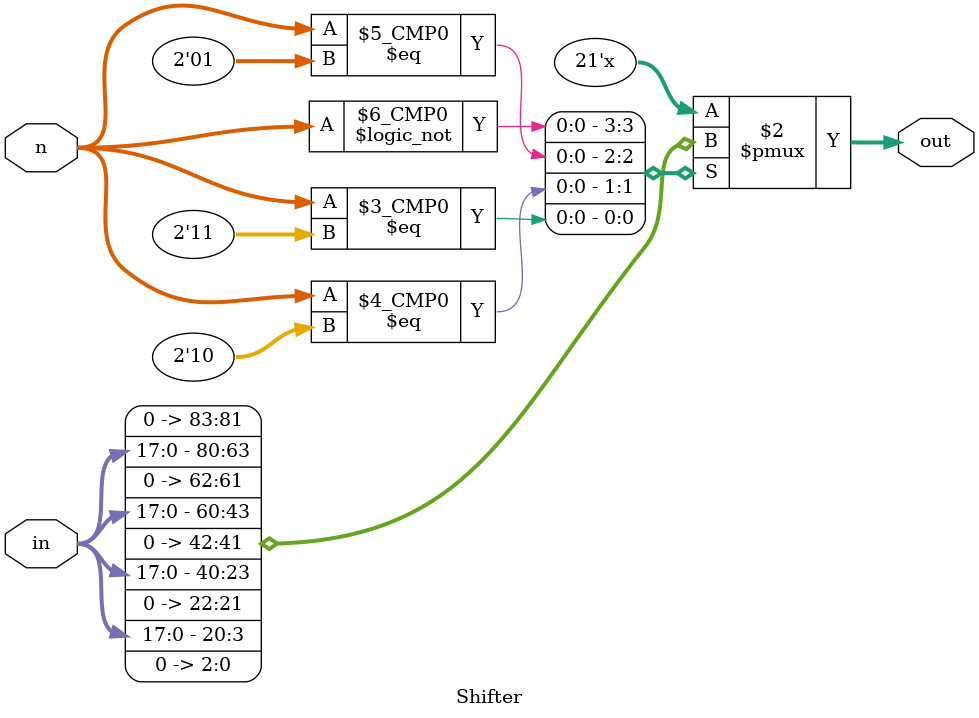
<source format=v>
module WrapperDataPath(input clk, rst, we_req, sh_en, ld, ui_ld, eng_start, rdreq, input [15 : 0]v, input [1 : 0]u,
		output eng_done, full, empty, output[20 : 0]q, output[1 : 0]usedw);
	wire [15 : 0]shift_reg_out;
	wire [1 : 0] shift;
	wire [1 : 0] ex_int;
	wire [15 : 0] ex_frac;
	wire [20 : 0]wr_data;
	
	ShiftReg shift_reg(clk, rst, ld, sh_en, v, shift_reg_out);
	Register register(clk, rst, ld, u, shift);
	Shifter shifter(shift, {ex_int, ex_frac}, wr_data);
	exponential ex(clk, rst, eng_start, shift_reg_out, eng_done, ex_int, ex_frac);
	FIFO fifo(clk, wr_data, rdreq, wrreq, empty, full, q, usedw);
endmodule
	
module ShiftReg(input clk, rst, ld, sh_en, input[15 : 0]in, output reg[15 : 0] out);
	always @(posedge clk, posedge rst)
	begin
		if (rst)
			out = 0;
		else
		begin
			if (ld)
				out = in;
			else if (sh_en)
				out = {1'b0, out[15 : 1]};
		end
	end
endmodule	

module Register(input clk, rst, ld, input[1 : 0]in, output reg[1 : 0]out);
	always @(posedge clk, posedge rst)
	begin
		if (rst)
			out = 0;
		else if (ld)
			out = in;
	end
endmodule

module Shifter(input [1 : 0]n, input[17 : 0]in, output reg [20 : 0]out);
	always @(n, in)
	begin
		case(n)
			2'b00: out = {3'b000, in};
			2'b01: out = {2'b00, in, 1'b0};
			2'b10: out = {1'b0, in, 2'b00};
			2'b11: out = {in, 3'b000};
			default: out = in;
		endcase
	end
endmodule 
</source>
